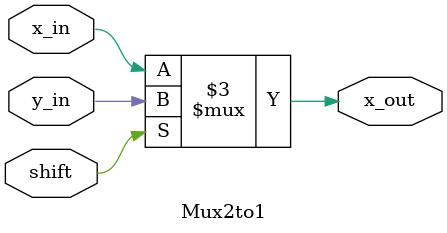
<source format=v>
module Mux2to1(shift,x_in,y_in,x_out);
input shift,x_in,y_in;
output x_out;
reg x_out;
always@(*)
begin 
if(shift)
x_out = y_in;
else
x_out = x_in;
end
endmodule

</source>
